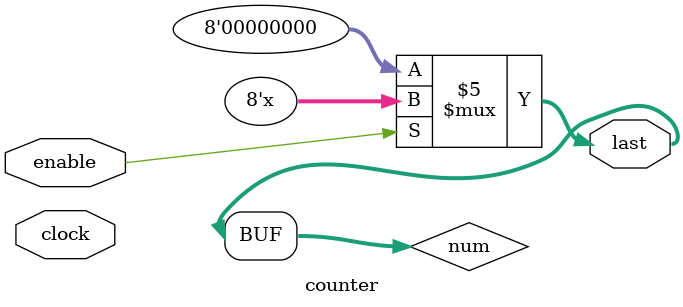
<source format=v>
module counter(clock, enable, last);

output [7:0] last;
reg [7:0]num;
input wire clock;
input wire enable;

always @(clock)
	begin
	if(enable == 0)
		num = 7'd00000000;
	else
		num <= num + 7'd1;
	
	end
assign last = num;
endmodule

</source>
